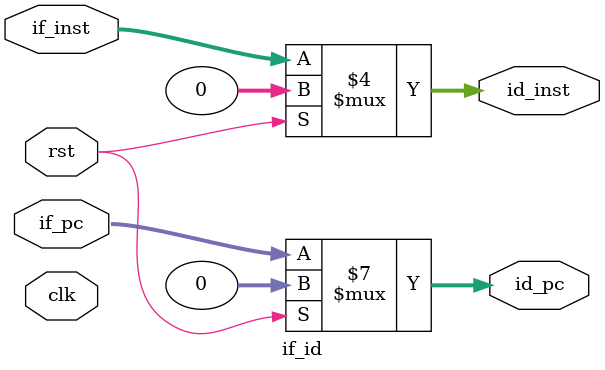
<source format=v>
module if_id(
    input wire rst,
    input wire clk,
    input wire [31:0] if_pc,
    input wire [31:0] if_inst,
    output reg [31:0] id_pc,
    output reg [31:0] id_inst
);
    always @ (*) begin
        if(rst == 1'b1)begin
            id_pc <= 32'h00000000;
            id_inst <= 32'h00000000;
        end else begin
            id_pc <= if_pc;
            id_inst <= if_inst;
        end
    end
endmodule
</source>
